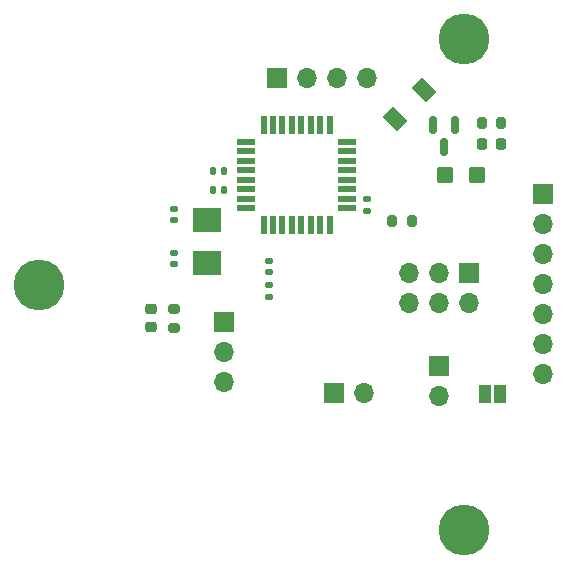
<source format=gbr>
%TF.GenerationSoftware,KiCad,Pcbnew,(6.0.7-1)-1*%
%TF.CreationDate,2022-12-23T14:46:04-05:00*%
%TF.ProjectId,atmega328,61746d65-6761-4333-9238-2e6b69636164,rev?*%
%TF.SameCoordinates,Original*%
%TF.FileFunction,Soldermask,Top*%
%TF.FilePolarity,Negative*%
%FSLAX46Y46*%
G04 Gerber Fmt 4.6, Leading zero omitted, Abs format (unit mm)*
G04 Created by KiCad (PCBNEW (6.0.7-1)-1) date 2022-12-23 14:46:04*
%MOMM*%
%LPD*%
G01*
G04 APERTURE LIST*
G04 Aperture macros list*
%AMRoundRect*
0 Rectangle with rounded corners*
0 $1 Rounding radius*
0 $2 $3 $4 $5 $6 $7 $8 $9 X,Y pos of 4 corners*
0 Add a 4 corners polygon primitive as box body*
4,1,4,$2,$3,$4,$5,$6,$7,$8,$9,$2,$3,0*
0 Add four circle primitives for the rounded corners*
1,1,$1+$1,$2,$3*
1,1,$1+$1,$4,$5*
1,1,$1+$1,$6,$7*
1,1,$1+$1,$8,$9*
0 Add four rect primitives between the rounded corners*
20,1,$1+$1,$2,$3,$4,$5,0*
20,1,$1+$1,$4,$5,$6,$7,0*
20,1,$1+$1,$6,$7,$8,$9,0*
20,1,$1+$1,$8,$9,$2,$3,0*%
%AMRotRect*
0 Rectangle, with rotation*
0 The origin of the aperture is its center*
0 $1 length*
0 $2 width*
0 $3 Rotation angle, in degrees counterclockwise*
0 Add horizontal line*
21,1,$1,$2,0,0,$3*%
G04 Aperture macros list end*
%ADD10RoundRect,0.250000X-0.450000X-0.425000X0.450000X-0.425000X0.450000X0.425000X-0.450000X0.425000X0*%
%ADD11RoundRect,0.225000X-0.225000X-0.250000X0.225000X-0.250000X0.225000X0.250000X-0.225000X0.250000X0*%
%ADD12RoundRect,0.140000X0.170000X-0.140000X0.170000X0.140000X-0.170000X0.140000X-0.170000X-0.140000X0*%
%ADD13RoundRect,0.140000X-0.170000X0.140000X-0.170000X-0.140000X0.170000X-0.140000X0.170000X0.140000X0*%
%ADD14RoundRect,0.140000X0.140000X0.170000X-0.140000X0.170000X-0.140000X-0.170000X0.140000X-0.170000X0*%
%ADD15RoundRect,0.200000X-0.200000X-0.275000X0.200000X-0.275000X0.200000X0.275000X-0.200000X0.275000X0*%
%ADD16R,1.700000X1.700000*%
%ADD17O,1.700000X1.700000*%
%ADD18C,4.300000*%
%ADD19RoundRect,0.200000X-0.275000X0.200000X-0.275000X-0.200000X0.275000X-0.200000X0.275000X0.200000X0*%
%ADD20R,1.000000X1.500000*%
%ADD21R,1.600000X0.550000*%
%ADD22R,0.550000X1.600000*%
%ADD23R,2.400000X2.000000*%
%ADD24RoundRect,0.218750X0.256250X-0.218750X0.256250X0.218750X-0.256250X0.218750X-0.256250X-0.218750X0*%
%ADD25RotRect,1.300000X1.700000X45.000000*%
%ADD26RoundRect,0.150000X-0.150000X0.587500X-0.150000X-0.587500X0.150000X-0.587500X0.150000X0.587500X0*%
G04 APERTURE END LIST*
D10*
%TO.C,C2*%
X155210000Y-95270000D03*
X157910000Y-95270000D03*
%TD*%
D11*
%TO.C,C1*%
X158395000Y-92660000D03*
X159945000Y-92660000D03*
%TD*%
D12*
%TO.C,C6*%
X132310000Y-99100000D03*
X132310000Y-98140000D03*
%TD*%
D13*
%TO.C,C8*%
X140340000Y-104610000D03*
X140340000Y-105570000D03*
%TD*%
D14*
%TO.C,C3*%
X136520000Y-94930000D03*
X135560000Y-94930000D03*
%TD*%
D15*
%TO.C,R1*%
X158360000Y-90860000D03*
X160010000Y-90860000D03*
%TD*%
D16*
%TO.C,ISP1*%
X157230000Y-103520000D03*
D17*
X157230000Y-106060000D03*
X154690000Y-103520000D03*
X154690000Y-106060000D03*
X152150000Y-103520000D03*
X152150000Y-106060000D03*
%TD*%
D18*
%TO.C,REF\u002A\u002A*%
X156840000Y-125320000D03*
%TD*%
D14*
%TO.C,C4*%
X136540000Y-96530000D03*
X135580000Y-96530000D03*
%TD*%
D19*
%TO.C,R3*%
X132320000Y-106595000D03*
X132320000Y-108245000D03*
%TD*%
D13*
%TO.C,C5*%
X148590000Y-97310000D03*
X148590000Y-98270000D03*
%TD*%
D20*
%TO.C,JP1*%
X159930000Y-113790000D03*
X158630000Y-113790000D03*
%TD*%
D21*
%TO.C,U1*%
X138420000Y-92460000D03*
X138420000Y-93260000D03*
X138420000Y-94060000D03*
X138420000Y-94860000D03*
X138420000Y-95660000D03*
X138420000Y-96460000D03*
X138420000Y-97260000D03*
X138420000Y-98060000D03*
D22*
X139870000Y-99510000D03*
X140670000Y-99510000D03*
X141470000Y-99510000D03*
X142270000Y-99510000D03*
X143070000Y-99510000D03*
X143870000Y-99510000D03*
X144670000Y-99510000D03*
X145470000Y-99510000D03*
D21*
X146920000Y-98060000D03*
X146920000Y-97260000D03*
X146920000Y-96460000D03*
X146920000Y-95660000D03*
X146920000Y-94860000D03*
X146920000Y-94060000D03*
X146920000Y-93260000D03*
X146920000Y-92460000D03*
D22*
X145470000Y-91010000D03*
X144670000Y-91010000D03*
X143870000Y-91010000D03*
X143070000Y-91010000D03*
X142270000Y-91010000D03*
X141470000Y-91010000D03*
X140670000Y-91010000D03*
X139870000Y-91010000D03*
%TD*%
D16*
%TO.C,J3*%
X154750000Y-111390000D03*
D17*
X154750000Y-113930000D03*
%TD*%
D16*
%TO.C,J5*%
X145800000Y-113700000D03*
D17*
X148340000Y-113700000D03*
%TD*%
D23*
%TO.C,Y1*%
X135060000Y-99040000D03*
X135060000Y-102740000D03*
%TD*%
D12*
%TO.C,C7*%
X132260000Y-102800000D03*
X132260000Y-101840000D03*
%TD*%
D16*
%TO.C,J2*%
X141040000Y-87005000D03*
D17*
X143580000Y-87005000D03*
X146120000Y-87005000D03*
X148660000Y-87005000D03*
%TD*%
D24*
%TO.C,D2*%
X130300000Y-108167500D03*
X130300000Y-106592500D03*
%TD*%
D16*
%TO.C,J4*%
X136500000Y-107700000D03*
D17*
X136500000Y-110240000D03*
X136500000Y-112780000D03*
%TD*%
D25*
%TO.C,D1*%
X151002563Y-90527437D03*
X153477437Y-88052563D03*
%TD*%
D18*
%TO.C,REF\u002A\u002A*%
X156850000Y-83750000D03*
%TD*%
D26*
%TO.C,Q1*%
X156102500Y-91022500D03*
X154202500Y-91022500D03*
X155152500Y-92897500D03*
%TD*%
D16*
%TO.C,J1*%
X163555000Y-96835000D03*
D17*
X163555000Y-99375000D03*
X163555000Y-101915000D03*
X163555000Y-104455000D03*
X163555000Y-106995000D03*
X163555000Y-109535000D03*
X163555000Y-112075000D03*
%TD*%
D18*
%TO.C,REF\u002A\u002A*%
X120850000Y-104560000D03*
%TD*%
D15*
%TO.C,R2*%
X150750000Y-99190000D03*
X152400000Y-99190000D03*
%TD*%
D12*
%TO.C,C9*%
X140340000Y-103480000D03*
X140340000Y-102520000D03*
%TD*%
M02*

</source>
